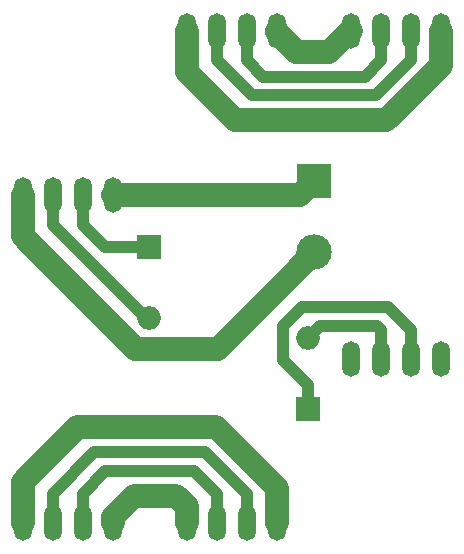
<source format=gbr>
G04 #@! TF.FileFunction,Copper,L2,Bot,Signal*
%FSLAX46Y46*%
G04 Gerber Fmt 4.6, Leading zero omitted, Abs format (unit mm)*
G04 Created by KiCad (PCBNEW 4.0.6) date Tue Jul 11 20:45:52 2017*
%MOMM*%
%LPD*%
G01*
G04 APERTURE LIST*
%ADD10C,0.100000*%
%ADD11O,1.524000X3.000000*%
%ADD12R,2.000000X2.000000*%
%ADD13O,2.000000X2.000000*%
%ADD14R,3.000000X3.000000*%
%ADD15O,3.000000X3.000000*%
%ADD16C,2.000000*%
%ADD17C,1.000000*%
G04 APERTURE END LIST*
D10*
D11*
X13430000Y-16700000D03*
X10890000Y-16700000D03*
X8350000Y-16700000D03*
X5810000Y-16700000D03*
X13430000Y-44477800D03*
X10890000Y-44477800D03*
X8350000Y-44477800D03*
X5810000Y-44477800D03*
X19698900Y-44477700D03*
X22238900Y-44477700D03*
X24778900Y-44477700D03*
X27318900Y-44477700D03*
X19698900Y-2811100D03*
X22238900Y-2811100D03*
X24778900Y-2811100D03*
X27318900Y-2811100D03*
X41207800Y-2811100D03*
X38667800Y-2811100D03*
X36127800Y-2811100D03*
X33587800Y-2811100D03*
X41207800Y-30588900D03*
X38667800Y-30588900D03*
X36127800Y-30588900D03*
X33587800Y-30588900D03*
D12*
X29972000Y-34798000D03*
D13*
X29972000Y-28766000D03*
D12*
X16510000Y-21082000D03*
D13*
X16510000Y-27114000D03*
D14*
X30480000Y-15494000D03*
D15*
X30480000Y-21526000D03*
D16*
X5810000Y-16700000D02*
X5810000Y-20200000D01*
X15324001Y-29714001D02*
X22291999Y-29714001D01*
X5810000Y-20200000D02*
X15324001Y-29714001D01*
X22291999Y-29714001D02*
X28980001Y-23025999D01*
X28980001Y-23025999D02*
X30480000Y-21526000D01*
X13430000Y-16700000D02*
X29274000Y-16700000D01*
X29274000Y-16700000D02*
X30480000Y-15494000D01*
X18796000Y-42164000D02*
X19698900Y-43066900D01*
X19698900Y-43066900D02*
X19698900Y-44477700D01*
X15240000Y-42164000D02*
X18796000Y-42164000D01*
X13430000Y-43974000D02*
X15240000Y-42164000D01*
X13430000Y-44477800D02*
X13430000Y-43974000D01*
D17*
X22238900Y-44477700D02*
X22238900Y-41977700D01*
X22238900Y-41977700D02*
X20325190Y-40063990D01*
X20325190Y-40063990D02*
X12803810Y-40063990D01*
X12803810Y-40063990D02*
X10890000Y-41977800D01*
X10890000Y-41977800D02*
X10890000Y-44477800D01*
X8350000Y-44477800D02*
X8350000Y-41977800D01*
X8350000Y-41977800D02*
X11863820Y-38463980D01*
X11863820Y-38463980D02*
X21265180Y-38463980D01*
X21265180Y-38463980D02*
X24778900Y-41977700D01*
X24778900Y-41977700D02*
X24778900Y-44477700D01*
D16*
X27318900Y-44477700D02*
X27318900Y-41547838D01*
X27318900Y-41547838D02*
X22135033Y-36363971D01*
X22135033Y-36363971D02*
X10423829Y-36363971D01*
X10423829Y-36363971D02*
X5810000Y-40977800D01*
X5810000Y-40977800D02*
X5810000Y-44477800D01*
X41207800Y-2811100D02*
X41207800Y-5740962D01*
X19698900Y-6311100D02*
X19698900Y-2811100D01*
X41207800Y-5740962D02*
X36576733Y-10372029D01*
X36576733Y-10372029D02*
X23759829Y-10372029D01*
X23759829Y-10372029D02*
X19698900Y-6311100D01*
D17*
X22238900Y-2811100D02*
X22238900Y-5311100D01*
X22238900Y-5311100D02*
X25199820Y-8272020D01*
X25199820Y-8272020D02*
X35706880Y-8272020D01*
X35706880Y-8272020D02*
X38667800Y-5311100D01*
X38667800Y-5311100D02*
X38667800Y-2811100D01*
X36127800Y-2811100D02*
X36127800Y-5311100D01*
X36127800Y-5311100D02*
X34766890Y-6672010D01*
X34766890Y-6672010D02*
X26139810Y-6672010D01*
X24778900Y-5311100D02*
X24778900Y-2811100D01*
X26139810Y-6672010D02*
X24778900Y-5311100D01*
D16*
X31750000Y-4572000D02*
X33510900Y-2811100D01*
X33510900Y-2811100D02*
X33587800Y-2811100D01*
X28956000Y-4572000D02*
X31750000Y-4572000D01*
X27318900Y-2934900D02*
X28956000Y-4572000D01*
X27318900Y-2811100D02*
X27318900Y-2934900D01*
D17*
X10890000Y-16700000D02*
X10890000Y-19200000D01*
X10890000Y-19200000D02*
X12772000Y-21082000D01*
X12772000Y-21082000D02*
X14510000Y-21082000D01*
X14510000Y-21082000D02*
X16510000Y-21082000D01*
X8350000Y-16700000D02*
X8350000Y-19200000D01*
X8350000Y-19200000D02*
X16264000Y-27114000D01*
X16264000Y-27114000D02*
X16510000Y-27114000D01*
X38667800Y-30588900D02*
X38667800Y-28088900D01*
X38667800Y-28088900D02*
X36744891Y-26165991D01*
X27871999Y-27757999D02*
X27871999Y-30697999D01*
X36744891Y-26165991D02*
X29464007Y-26165991D01*
X29464007Y-26165991D02*
X27871999Y-27757999D01*
X27871999Y-30697999D02*
X29972000Y-32798000D01*
X29972000Y-32798000D02*
X29972000Y-34798000D01*
X36127800Y-30588900D02*
X36127800Y-28088900D01*
X36127800Y-28088900D02*
X35804901Y-27766001D01*
X35804901Y-27766001D02*
X30971999Y-27766001D01*
X30971999Y-27766001D02*
X29972000Y-28766000D01*
M02*

</source>
